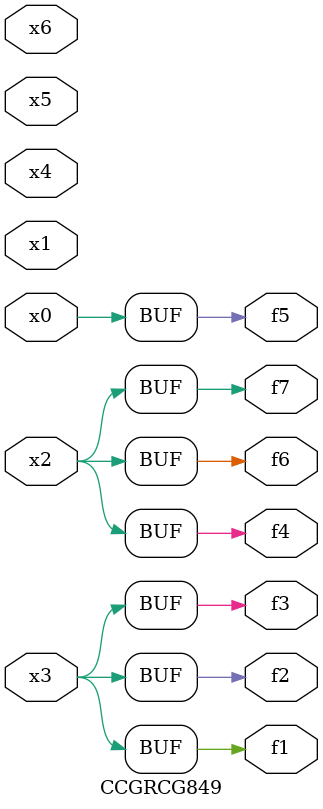
<source format=v>
module CCGRCG849(
	input x0, x1, x2, x3, x4, x5, x6,
	output f1, f2, f3, f4, f5, f6, f7
);
	assign f1 = x3;
	assign f2 = x3;
	assign f3 = x3;
	assign f4 = x2;
	assign f5 = x0;
	assign f6 = x2;
	assign f7 = x2;
endmodule

</source>
